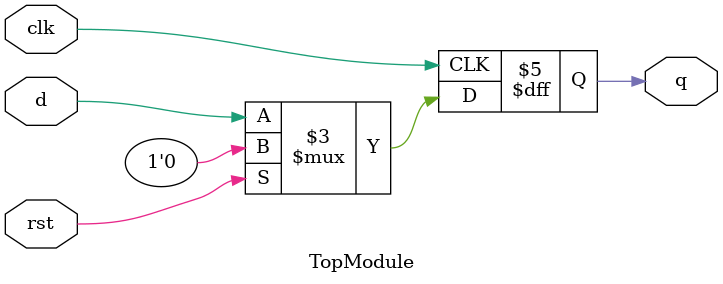
<source format=sv>
module TopModule (
    input logic clk,
    input logic d,
    input logic rst,
    output logic q
);

    always @(posedge clk) begin
        if (rst) begin
            q <= 1'b0;
        end else begin
            q <= d;
        end
    end

endmodule
</source>
